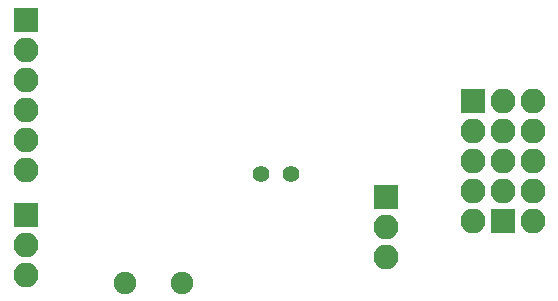
<source format=gbr>
G04 #@! TF.FileFunction,Soldermask,Bot*
%FSLAX46Y46*%
G04 Gerber Fmt 4.6, Leading zero omitted, Abs format (unit mm)*
G04 Created by KiCad (PCBNEW 4.0.6) date 01/08/18 11:39:06*
%MOMM*%
%LPD*%
G01*
G04 APERTURE LIST*
%ADD10C,0.100000*%
%ADD11R,2.100000X2.100000*%
%ADD12O,2.100000X2.100000*%
%ADD13C,1.400000*%
%ADD14C,1.900000*%
G04 APERTURE END LIST*
D10*
D11*
X220980000Y-91440000D03*
D12*
X220980000Y-93980000D03*
X220980000Y-96520000D03*
X220980000Y-99060000D03*
X220980000Y-101600000D03*
D11*
X223520000Y-101600000D03*
D12*
X226060000Y-101600000D03*
X223520000Y-99060000D03*
X226060000Y-99060000D03*
X223520000Y-96520000D03*
X226060000Y-96520000D03*
X223520000Y-93980000D03*
X226060000Y-93980000D03*
X223520000Y-91440000D03*
X226060000Y-91440000D03*
D11*
X183134000Y-84582000D03*
D12*
X183134000Y-87122000D03*
X183134000Y-89662000D03*
X183134000Y-92202000D03*
X183134000Y-94742000D03*
X183134000Y-97282000D03*
D11*
X183134000Y-101092000D03*
D12*
X183134000Y-103632000D03*
X183134000Y-106172000D03*
D13*
X203073000Y-97663000D03*
X205613000Y-97663000D03*
D14*
X196382856Y-106840710D03*
X191502856Y-106840710D03*
D11*
X213614000Y-99568000D03*
D12*
X213614000Y-102108000D03*
X213614000Y-104648000D03*
M02*

</source>
